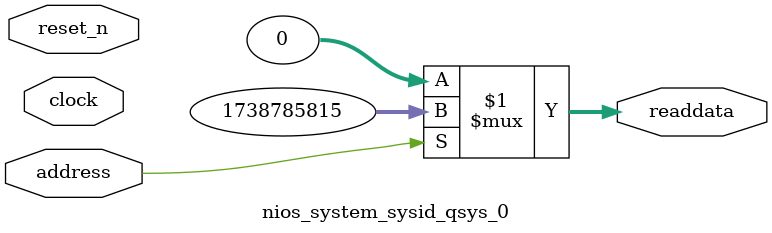
<source format=v>



// synthesis translate_off
`timescale 1ns / 1ps
// synthesis translate_on

// turn off superfluous verilog processor warnings 
// altera message_level Level1 
// altera message_off 10034 10035 10036 10037 10230 10240 10030 

module nios_system_sysid_qsys_0 (
               // inputs:
                address,
                clock,
                reset_n,

               // outputs:
                readdata
             )
;

  output  [ 31: 0] readdata;
  input            address;
  input            clock;
  input            reset_n;

  wire    [ 31: 0] readdata;
  //control_slave, which is an e_avalon_slave
  assign readdata = address ? 1738785815 : 0;

endmodule



</source>
